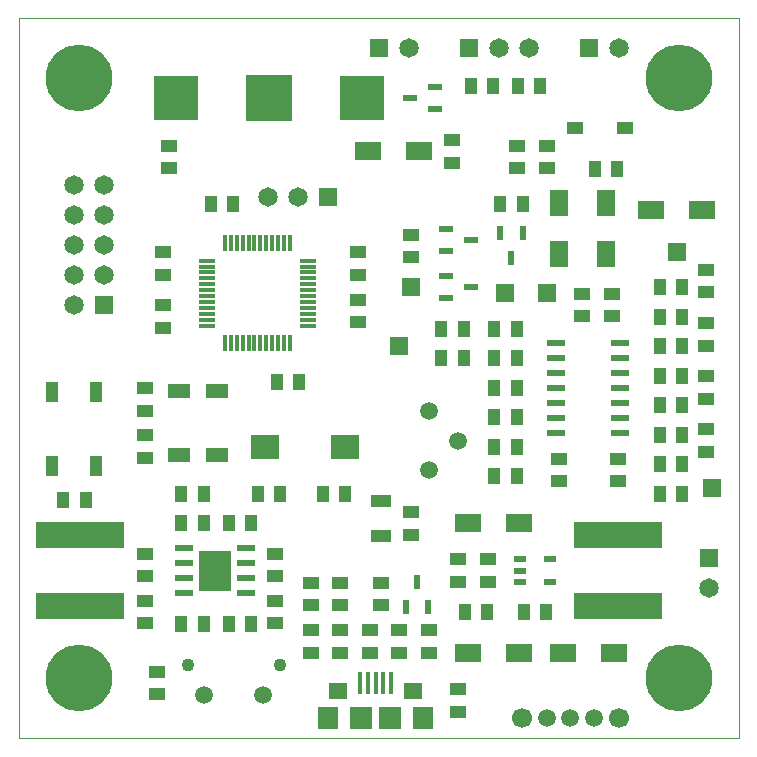
<source format=gts>
%FSLAX34Y34*%
G04 Gerber Fmt 3.4, Leading zero omitted, Abs format*
G04 (created by PCBNEW (2013-12-26 BZR 4576)-product) date Tue 14 Jan 2014 08:15:22 PM EST*
%MOIN*%
G01*
G70*
G90*
G04 APERTURE LIST*
%ADD10C,0.005906*%
%ADD11C,0.003937*%
%ADD12R,0.156000X0.156000*%
%ADD13R,0.150000X0.150000*%
%ADD14R,0.057087X0.039370*%
%ADD15R,0.039370X0.057087*%
%ADD16R,0.055118X0.039370*%
%ADD17R,0.090551X0.061024*%
%ADD18R,0.068898X0.041339*%
%ADD19R,0.061024X0.090551*%
%ADD20R,0.015748X0.074803*%
%ADD21R,0.062992X0.055118*%
%ADD22R,0.070866X0.074803*%
%ADD23R,0.074803X0.074803*%
%ADD24R,0.295276X0.086614*%
%ADD25C,0.222441*%
%ADD26R,0.064961X0.064961*%
%ADD27C,0.064961*%
%ADD28R,0.051181X0.023622*%
%ADD29R,0.023622X0.051181*%
%ADD30C,0.059055*%
%ADD31R,0.043307X0.070866*%
%ADD32C,0.066929*%
%ADD33R,0.011811X0.057087*%
%ADD34R,0.057087X0.011811*%
%ADD35R,0.061024X0.023622*%
%ADD36R,0.106299X0.131890*%
%ADD37R,0.041339X0.023622*%
%ADD38R,0.096457X0.082677*%
%ADD39C,0.043307*%
%ADD40R,0.074803X0.051181*%
G04 APERTURE END LIST*
G54D10*
G54D11*
X32000Y-55000D02*
X32000Y-31000D01*
X56000Y-55000D02*
X32000Y-55000D01*
X56000Y-31000D02*
X56000Y-55000D01*
X32000Y-31000D02*
X56000Y-31000D01*
G54D12*
X40354Y-33661D03*
G54D13*
X43454Y-33661D03*
X37254Y-33661D03*
G54D14*
X36811Y-41318D03*
X36811Y-40570D03*
X44685Y-51397D03*
X44685Y-52145D03*
G54D15*
X38405Y-37204D03*
X39153Y-37204D03*
G54D14*
X42716Y-50570D03*
X42716Y-49822D03*
G54D15*
X41358Y-43110D03*
X40610Y-43110D03*
G54D14*
X43307Y-38799D03*
X43307Y-39547D03*
G54D15*
X34232Y-47047D03*
X33484Y-47047D03*
X39980Y-46850D03*
X40728Y-46850D03*
G54D14*
X37007Y-35255D03*
X37007Y-36003D03*
G54D15*
X42893Y-46850D03*
X42145Y-46850D03*
G54D14*
X46653Y-53366D03*
X46653Y-54114D03*
X40551Y-50413D03*
X40551Y-51161D03*
G54D15*
X37421Y-51181D03*
X38169Y-51181D03*
X38996Y-51181D03*
X39744Y-51181D03*
G54D14*
X36220Y-48838D03*
X36220Y-49586D03*
G54D15*
X37421Y-46850D03*
X38169Y-46850D03*
X49586Y-50787D03*
X48838Y-50787D03*
G54D14*
X46653Y-49783D03*
X46653Y-49035D03*
X36220Y-44074D03*
X36220Y-43326D03*
X36220Y-44901D03*
X36220Y-45649D03*
G54D16*
X52224Y-34645D03*
X50531Y-34645D03*
G54D15*
X51948Y-36023D03*
X51200Y-36023D03*
G54D14*
X51771Y-40925D03*
X51771Y-40177D03*
G54D15*
X53366Y-42913D03*
X54114Y-42913D03*
X53366Y-40944D03*
X54114Y-40944D03*
G54D14*
X54921Y-41161D03*
X54921Y-41909D03*
X54921Y-42933D03*
X54921Y-43681D03*
G54D15*
X54114Y-45866D03*
X53366Y-45866D03*
X47854Y-44291D03*
X48602Y-44291D03*
X47854Y-46259D03*
X48602Y-46259D03*
G54D17*
X51830Y-52165D03*
X50137Y-52165D03*
X46988Y-52165D03*
X48681Y-52165D03*
G54D18*
X44094Y-47086D03*
X44094Y-48267D03*
G54D17*
X45334Y-35433D03*
X43641Y-35433D03*
X48681Y-47834D03*
X46988Y-47834D03*
G54D19*
X51574Y-38838D03*
X51574Y-37145D03*
X50000Y-38838D03*
X50000Y-37145D03*
G54D17*
X53090Y-37401D03*
X54783Y-37401D03*
G54D20*
X43385Y-53169D03*
X43641Y-53169D03*
X43897Y-53169D03*
X44153Y-53169D03*
X44409Y-53169D03*
G54D21*
X42637Y-53405D03*
X45157Y-53405D03*
G54D22*
X42322Y-54330D03*
X45472Y-54330D03*
G54D23*
X43425Y-54330D03*
X44370Y-54330D03*
G54D24*
X34055Y-48228D03*
X34055Y-50590D03*
X51968Y-48228D03*
X51968Y-50590D03*
G54D25*
X54000Y-53000D03*
X54000Y-33000D03*
X34000Y-53000D03*
X34000Y-33000D03*
G54D26*
X34842Y-40551D03*
G54D27*
X33842Y-40551D03*
X34842Y-39551D03*
X33842Y-39551D03*
X34842Y-38551D03*
X33842Y-38551D03*
X34842Y-37551D03*
X33842Y-37551D03*
X34842Y-36551D03*
X33842Y-36551D03*
G54D26*
X55000Y-49000D03*
G54D27*
X55000Y-50000D03*
G54D26*
X42322Y-36968D03*
G54D27*
X41322Y-36968D03*
X40322Y-36968D03*
G54D26*
X47000Y-32000D03*
G54D27*
X48000Y-32000D03*
X49000Y-32000D03*
G54D26*
X44000Y-32000D03*
G54D27*
X45000Y-32000D03*
G54D26*
X51000Y-32000D03*
G54D27*
X52000Y-32000D03*
G54D28*
X46240Y-38011D03*
X46240Y-38759D03*
X47066Y-38385D03*
G54D29*
X48799Y-38169D03*
X48051Y-38169D03*
X48425Y-38996D03*
G54D28*
X46240Y-39586D03*
X46240Y-40334D03*
X47066Y-39960D03*
G54D14*
X43700Y-51397D03*
X43700Y-52145D03*
X42716Y-51397D03*
X42716Y-52145D03*
X44094Y-49822D03*
X44094Y-50570D03*
X45669Y-52145D03*
X45669Y-51397D03*
X36811Y-39547D03*
X36811Y-38799D03*
X36614Y-52775D03*
X36614Y-53523D03*
G54D15*
X47814Y-33267D03*
X47066Y-33267D03*
X48641Y-33267D03*
X49389Y-33267D03*
G54D14*
X43307Y-40374D03*
X43307Y-41122D03*
X45078Y-48208D03*
X45078Y-47460D03*
X40551Y-49586D03*
X40551Y-48838D03*
X36220Y-50413D03*
X36220Y-51161D03*
G54D15*
X37421Y-47834D03*
X38169Y-47834D03*
X38996Y-47834D03*
X39744Y-47834D03*
G54D14*
X46456Y-35059D03*
X46456Y-35807D03*
G54D15*
X46870Y-50787D03*
X47618Y-50787D03*
G54D14*
X47637Y-49783D03*
X47637Y-49035D03*
X41732Y-52145D03*
X41732Y-51397D03*
X41732Y-50570D03*
X41732Y-49822D03*
X45078Y-38208D03*
X45078Y-38956D03*
G54D15*
X48051Y-37204D03*
X48799Y-37204D03*
G54D14*
X49606Y-36003D03*
X49606Y-35255D03*
X48622Y-35255D03*
X48622Y-36003D03*
G54D15*
X53366Y-41929D03*
X54114Y-41929D03*
X53366Y-43897D03*
X54114Y-43897D03*
G54D14*
X54921Y-39389D03*
X54921Y-40137D03*
X50787Y-40925D03*
X50787Y-40177D03*
G54D15*
X53366Y-39960D03*
X54114Y-39960D03*
G54D14*
X54921Y-45452D03*
X54921Y-44704D03*
X51968Y-45688D03*
X51968Y-46437D03*
G54D15*
X53366Y-46850D03*
X54114Y-46850D03*
X47854Y-43307D03*
X48602Y-43307D03*
X48602Y-45275D03*
X47854Y-45275D03*
G54D14*
X50000Y-46437D03*
X50000Y-45688D03*
G54D15*
X46830Y-42322D03*
X46082Y-42322D03*
G54D30*
X45669Y-44094D03*
X46653Y-45078D03*
X45669Y-46062D03*
G54D15*
X46082Y-41338D03*
X46830Y-41338D03*
X48602Y-41338D03*
X47854Y-41338D03*
X48602Y-42322D03*
X47854Y-42322D03*
X54114Y-44881D03*
X53366Y-44881D03*
G54D31*
X33129Y-45905D03*
X33129Y-43464D03*
X34586Y-45905D03*
X34586Y-43464D03*
G54D30*
X49606Y-54330D03*
X50393Y-54330D03*
X51181Y-54330D03*
G54D32*
X52007Y-54330D03*
X48779Y-54330D03*
G54D26*
X45078Y-39960D03*
X53937Y-38779D03*
X49606Y-40157D03*
X55118Y-46653D03*
X48228Y-40157D03*
X44685Y-41929D03*
G54D29*
X44901Y-50610D03*
X45649Y-50610D03*
X45275Y-49783D03*
G54D33*
X38877Y-41830D03*
X39074Y-41830D03*
X39271Y-41830D03*
X39468Y-41830D03*
X39665Y-41830D03*
X39862Y-41830D03*
X40059Y-41830D03*
X40255Y-41830D03*
X40452Y-41830D03*
X40649Y-41830D03*
X40846Y-41830D03*
X41043Y-41830D03*
G54D34*
X41633Y-41240D03*
X41633Y-41043D03*
X41633Y-40846D03*
X41633Y-40649D03*
X41633Y-40452D03*
X41633Y-40255D03*
X41633Y-40059D03*
X41633Y-39862D03*
X41633Y-39665D03*
X41633Y-39468D03*
X41633Y-39271D03*
X41633Y-39074D03*
G54D33*
X41043Y-38484D03*
X40846Y-38484D03*
X40649Y-38484D03*
X40452Y-38484D03*
X40255Y-38484D03*
X40059Y-38484D03*
X39862Y-38484D03*
X39665Y-38484D03*
X39468Y-38484D03*
X39271Y-38484D03*
X39074Y-38484D03*
X38877Y-38484D03*
G54D34*
X38287Y-39074D03*
X38287Y-39271D03*
X38287Y-39468D03*
X38287Y-39665D03*
X38287Y-39862D03*
X38287Y-40059D03*
X38287Y-40255D03*
X38287Y-40452D03*
X38287Y-40649D03*
X38287Y-40846D03*
X38287Y-41043D03*
X38287Y-41240D03*
G54D35*
X39586Y-50159D03*
X39586Y-49659D03*
X39586Y-49159D03*
X39586Y-48659D03*
X37500Y-48659D03*
X37500Y-49159D03*
X37500Y-49659D03*
X37500Y-50159D03*
G54D36*
X38543Y-49409D03*
G54D28*
X45885Y-34035D03*
X45885Y-33287D03*
X45059Y-33661D03*
G54D37*
X48700Y-49035D03*
X48700Y-49409D03*
X48700Y-49783D03*
X49724Y-49783D03*
X49724Y-49035D03*
G54D35*
X49921Y-41807D03*
X49921Y-42307D03*
X49921Y-42807D03*
X49921Y-43307D03*
X49921Y-43807D03*
X49921Y-44307D03*
X49921Y-44807D03*
X52047Y-44807D03*
X52047Y-44307D03*
X52047Y-43807D03*
X52047Y-43307D03*
X52047Y-42807D03*
X52047Y-42307D03*
X52047Y-41807D03*
G54D38*
X40196Y-45275D03*
X42874Y-45275D03*
G54D30*
X40157Y-53543D03*
X38188Y-53543D03*
G54D39*
X40708Y-52559D03*
X37637Y-52559D03*
G54D40*
X37362Y-43405D03*
X37362Y-45570D03*
X38622Y-45570D03*
X38622Y-43405D03*
M02*

</source>
